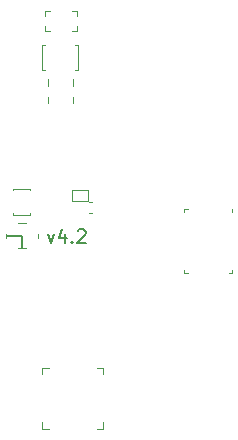
<source format=gbr>
G04 #@! TF.GenerationSoftware,KiCad,Pcbnew,(5.1.0)-1*
G04 #@! TF.CreationDate,2020-01-13T10:06:08-08:00*
G04 #@! TF.ProjectId,Miniscope-v4-Rigid-Flex,4d696e69-7363-46f7-9065-2d76342d5269,rev?*
G04 #@! TF.SameCoordinates,Original*
G04 #@! TF.FileFunction,Legend,Top*
G04 #@! TF.FilePolarity,Positive*
%FSLAX46Y46*%
G04 Gerber Fmt 4.6, Leading zero omitted, Abs format (unit mm)*
G04 Created by KiCad (PCBNEW (5.1.0)-1) date 2020-01-13 10:06:08*
%MOMM*%
%LPD*%
G04 APERTURE LIST*
%ADD10C,0.177800*%
%ADD11C,0.100000*%
%ADD12C,0.120000*%
%ADD13C,0.150000*%
G04 APERTURE END LIST*
D10*
X102604942Y-113008471D02*
X102877085Y-113770471D01*
X103149228Y-113008471D01*
X104074514Y-113008471D02*
X104074514Y-113770471D01*
X103802371Y-112573042D02*
X103530228Y-113389471D01*
X104237800Y-113389471D01*
X104673228Y-113661614D02*
X104727657Y-113716042D01*
X104673228Y-113770471D01*
X104618800Y-113716042D01*
X104673228Y-113661614D01*
X104673228Y-113770471D01*
X105163085Y-112736328D02*
X105217514Y-112681900D01*
X105326371Y-112627471D01*
X105598514Y-112627471D01*
X105707371Y-112681900D01*
X105761800Y-112736328D01*
X105816228Y-112845185D01*
X105816228Y-112954042D01*
X105761800Y-113117328D01*
X105108657Y-113770471D01*
X105816228Y-113770471D01*
D11*
X107316800Y-124368400D02*
X106766800Y-124368400D01*
X107316800Y-124918400D02*
X107316800Y-124368400D01*
X107316800Y-129528400D02*
X106766800Y-129528400D01*
X107316800Y-128978400D02*
X107316800Y-129528400D01*
X102156800Y-129528400D02*
X102706800Y-129528400D01*
X102156800Y-128978400D02*
X102156800Y-129528400D01*
X102156800Y-124368400D02*
X102706800Y-124368400D01*
X102156800Y-124918400D02*
X102156800Y-124368400D01*
D12*
X114190200Y-110878600D02*
X114190200Y-111138600D01*
X114190200Y-110878600D02*
X114450200Y-110878600D01*
X118210200Y-110878600D02*
X118210200Y-111138600D01*
X114190200Y-116298600D02*
X114190200Y-116038600D01*
X114190200Y-116298600D02*
X114450200Y-116298600D01*
X118210200Y-116298600D02*
X118210200Y-116038600D01*
X118210200Y-116298600D02*
X117950200Y-116298600D01*
D11*
X99709000Y-111380400D02*
X99709000Y-111270400D01*
X101109000Y-111380400D02*
X99709000Y-111380400D01*
X101109000Y-111270400D02*
X101109000Y-111380400D01*
X99709000Y-109220400D02*
X99709000Y-109330400D01*
X101109000Y-109220400D02*
X99709000Y-109220400D01*
X101109000Y-109330400D02*
X101109000Y-109220400D01*
X99104400Y-113325600D02*
X99104400Y-113015600D01*
X101764400Y-113325600D02*
X101764400Y-113015600D01*
X100079400Y-114250600D02*
X100789400Y-114250600D01*
X100789400Y-112090600D02*
X100079400Y-112090600D01*
D13*
X99159400Y-113170600D02*
X100434400Y-113170600D01*
X100434400Y-113170600D02*
X100434400Y-114220600D01*
D11*
X106075200Y-111237600D02*
X106325200Y-111237600D01*
X106075200Y-110277600D02*
X106325200Y-110277600D01*
D12*
X105986600Y-109327000D02*
X105986600Y-110207000D01*
X105986600Y-110207000D02*
X104686600Y-110207000D01*
X104686600Y-110207000D02*
X104686600Y-109327000D01*
X104686600Y-109327000D02*
X105986600Y-109327000D01*
D11*
X104927200Y-109603800D02*
G75*
G03X104927200Y-109603800I-50000J0D01*
G01*
X104771000Y-101965800D02*
X104771000Y-101395800D01*
X102651000Y-101965800D02*
X102651000Y-101395800D01*
X102651000Y-99905800D02*
X102651000Y-100475800D01*
X104771000Y-99905800D02*
X104771000Y-100475800D01*
X102368600Y-97030200D02*
X102103600Y-97030200D01*
X102103600Y-97030200D02*
X102103600Y-99130200D01*
X102103600Y-99130200D02*
X102368600Y-99130200D01*
X104938600Y-97030200D02*
X105203600Y-97030200D01*
X105203600Y-97030200D02*
X105203600Y-99130200D01*
X105203600Y-99130200D02*
X104938600Y-99130200D01*
X102415200Y-95796000D02*
X102835200Y-95796000D01*
X102415200Y-95376000D02*
X102415200Y-95796000D01*
X102415200Y-94116000D02*
X102835200Y-94116000D01*
X102415200Y-94536000D02*
X102415200Y-94116000D01*
X105095200Y-94116000D02*
X104675200Y-94116000D01*
X105095200Y-94536000D02*
X105095200Y-94116000D01*
X105095200Y-95796000D02*
X104675200Y-95796000D01*
X105095200Y-95376000D02*
X105095200Y-95796000D01*
M02*

</source>
